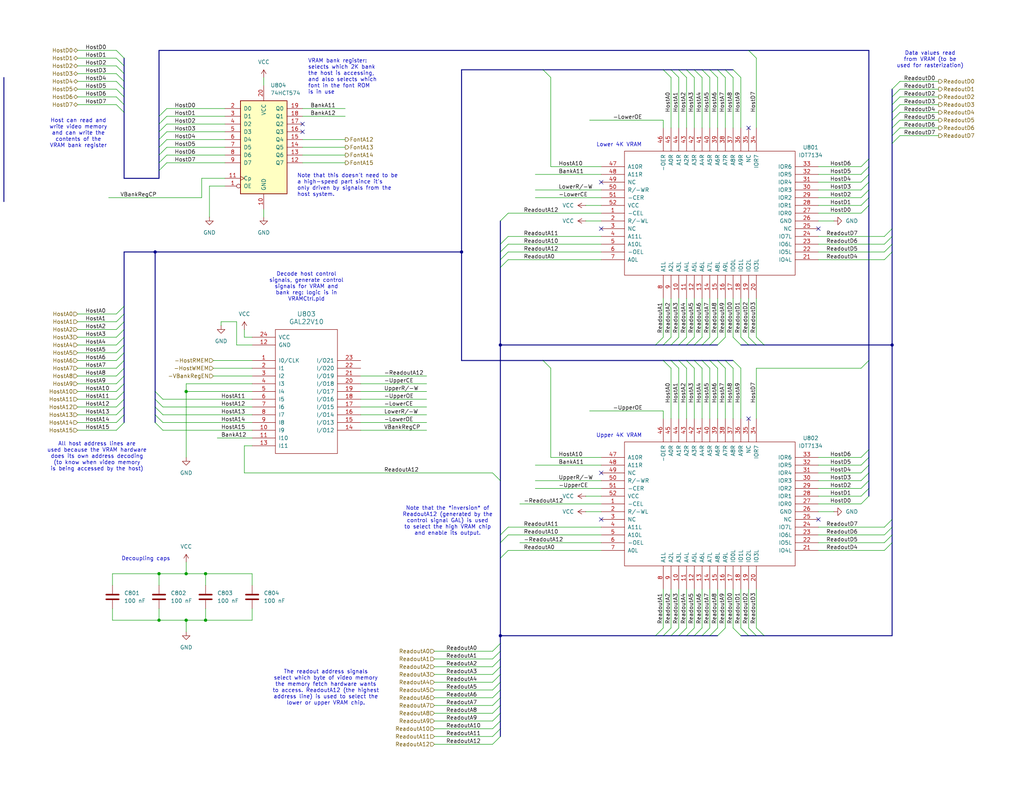
<source format=kicad_sch>
(kicad_sch (version 20231120) (generator "eeschema") (generator_version "8.0")
  (paper "User" 335.28 259.08)
  (title_block (title "VRAM") (company "daveho hacks"))
  (junction (at 52.07 203.2))
  (junction (at 52.07 187.96))
  (junction (at 67.31 203.2))
  (junction (at 60.96 128.27))
  (junction (at 60.96 203.2))
  (junction (at 163.83 208.28))
  (junction (at 151.13 82.55))
  (junction (at 50.8 82.55))
  (junction (at 60.96 187.96))
  (junction (at 292.1 113.03))
  (junction (at 163.83 113.03))
  (junction (at 67.31 187.96))
  (no_connect (at 196.85 170.18))
  (no_connect (at 267.97 170.18))
  (no_connect (at 99.06 40.64))
  (no_connect (at 245.11 41.91))
  (no_connect (at 99.06 43.18))
  (no_connect (at 196.85 74.93))
  (no_connect (at 245.11 137.16))
  (no_connect (at 196.85 154.94))
  (no_connect (at 196.85 59.69))
  (no_connect (at 267.97 74.93))
  (bus_entry (at 50.8 133.35) (size 2.54 2.54))
  (bus_entry (at 229.87 208.28) (size 2.54 -2.54))
  (bus_entry (at 234.95 22.86) (size 2.54 2.54))
  (bus_entry (at 281.94 157.48) (size 2.54 -2.54))
  (bus_entry (at 38.1 133.35) (size 2.54 -2.54))
  (bus_entry (at 237.49 22.86) (size 2.54 2.54))
  (bus_entry (at 163.83 182.88) (size 2.54 -2.54))
  (bus_entry (at 237.49 118.11) (size 2.54 2.54))
  (bus_entry (at 292.1 36.83) (size 2.54 -2.54))
  (bus_entry (at 217.17 118.11) (size 2.54 2.54))
  (bus_entry (at 163.83 87.63) (size 2.54 -2.54))
  (bus_entry (at 217.17 22.86) (size 2.54 2.54))
  (bus_entry (at 161.29 213.36) (size 2.54 -2.54))
  (bus_entry (at 163.83 82.55) (size 2.54 -2.54))
  (bus_entry (at 289.56 177.8) (size 2.54 -2.54))
  (bus_entry (at 38.1 107.95) (size 2.54 -2.54))
  (bus_entry (at 161.29 233.68) (size 2.54 -2.54))
  (bus_entry (at 245.11 110.49) (size 2.54 2.54))
  (bus_entry (at 50.8 138.43) (size 2.54 2.54))
  (bus_entry (at 292.1 46.99) (size 2.54 -2.54))
  (bus_entry (at 52.07 40.64) (size 2.54 -2.54))
  (bus_entry (at 292.1 34.29) (size 2.54 -2.54))
  (bus_entry (at 224.79 118.11) (size 2.54 2.54))
  (bus_entry (at 292.1 44.45) (size 2.54 -2.54))
  (bus_entry (at 281.94 154.94) (size 2.54 -2.54))
  (bus_entry (at 229.87 113.03) (size 2.54 -2.54))
  (bus_entry (at 289.56 172.72) (size 2.54 -2.54))
  (bus_entry (at 227.33 22.86) (size 2.54 2.54))
  (bus_entry (at 281.94 69.85) (size 2.54 -2.54))
  (bus_entry (at 219.71 113.03) (size 2.54 -2.54))
  (bus_entry (at 214.63 208.28) (size 2.54 -2.54))
  (bus_entry (at 227.33 208.28) (size 2.54 -2.54))
  (bus_entry (at 50.8 130.81) (size 2.54 2.54))
  (bus_entry (at 222.25 113.03) (size 2.54 -2.54))
  (bus_entry (at 38.1 138.43) (size 2.54 -2.54))
  (bus_entry (at 281.94 152.4) (size 2.54 -2.54))
  (bus_entry (at 52.07 45.72) (size 2.54 -2.54))
  (bus_entry (at 38.1 113.03) (size 2.54 -2.54))
  (bus_entry (at 38.1 105.41) (size 2.54 -2.54))
  (bus_entry (at 38.1 128.27) (size 2.54 -2.54))
  (bus_entry (at 161.29 238.76) (size 2.54 -2.54))
  (bus_entry (at 222.25 118.11) (size 2.54 2.54))
  (bus_entry (at 281.94 149.86) (size 2.54 -2.54))
  (bus_entry (at 229.87 22.86) (size 2.54 2.54))
  (bus_entry (at 281.94 62.23) (size 2.54 -2.54))
  (bus_entry (at 217.17 113.03) (size 2.54 -2.54))
  (bus_entry (at 163.83 80.01) (size 2.54 -2.54))
  (bus_entry (at 52.07 53.34) (size 2.54 -2.54))
  (bus_entry (at 161.29 231.14) (size 2.54 -2.54))
  (bus_entry (at 38.1 110.49) (size 2.54 -2.54))
  (bus_entry (at 161.29 223.52) (size 2.54 -2.54))
  (bus_entry (at 292.1 41.91) (size 2.54 -2.54))
  (bus_entry (at 232.41 113.03) (size 2.54 -2.54))
  (bus_entry (at 247.65 110.49) (size 2.54 2.54))
  (bus_entry (at 289.56 180.34) (size 2.54 -2.54))
  (bus_entry (at 289.56 85.09) (size 2.54 -2.54))
  (bus_entry (at 224.79 113.03) (size 2.54 -2.54))
  (bus_entry (at 234.95 208.28) (size 2.54 -2.54))
  (bus_entry (at 292.1 31.75) (size 2.54 -2.54))
  (bus_entry (at 232.41 118.11) (size 2.54 2.54))
  (bus_entry (at 38.1 24.13) (size 2.54 2.54))
  (bus_entry (at 240.03 22.86) (size 2.54 2.54))
  (bus_entry (at 50.8 135.89) (size 2.54 2.54))
  (bus_entry (at 222.25 208.28) (size 2.54 -2.54))
  (bus_entry (at 177.8 22.86) (size 2.54 2.54))
  (bus_entry (at 161.29 243.84) (size 2.54 -2.54))
  (bus_entry (at 245.11 16.51) (size 2.54 2.54))
  (bus_entry (at 38.1 31.75) (size 2.54 2.54))
  (bus_entry (at 161.29 154.94) (size 2.54 2.54))
  (bus_entry (at 247.65 205.74) (size 2.54 2.54))
  (bus_entry (at 289.56 175.26) (size 2.54 -2.54))
  (bus_entry (at 161.29 241.3) (size 2.54 -2.54))
  (bus_entry (at 38.1 29.21) (size 2.54 2.54))
  (bus_entry (at 38.1 118.11) (size 2.54 -2.54))
  (bus_entry (at 38.1 135.89) (size 2.54 -2.54))
  (bus_entry (at 234.95 118.11) (size 2.54 2.54))
  (bus_entry (at 163.83 85.09) (size 2.54 -2.54))
  (bus_entry (at 242.57 205.74) (size 2.54 2.54))
  (bus_entry (at 232.41 208.28) (size 2.54 -2.54))
  (bus_entry (at 219.71 118.11) (size 2.54 2.54))
  (bus_entry (at 38.1 34.29) (size 2.54 2.54))
  (bus_entry (at 240.03 118.11) (size 2.54 2.54))
  (bus_entry (at 38.1 21.59) (size 2.54 2.54))
  (bus_entry (at 281.94 162.56) (size 2.54 -2.54))
  (bus_entry (at 224.79 22.86) (size 2.54 2.54))
  (bus_entry (at 240.03 110.49) (size 2.54 2.54))
  (bus_entry (at 227.33 118.11) (size 2.54 2.54))
  (bus_entry (at 38.1 26.67) (size 2.54 2.54))
  (bus_entry (at 38.1 115.57) (size 2.54 -2.54))
  (bus_entry (at 281.94 67.31) (size 2.54 -2.54))
  (bus_entry (at 214.63 113.03) (size 2.54 -2.54))
  (bus_entry (at 229.87 118.11) (size 2.54 2.54))
  (bus_entry (at 289.56 80.01) (size 2.54 -2.54))
  (bus_entry (at 38.1 125.73) (size 2.54 -2.54))
  (bus_entry (at 292.1 39.37) (size 2.54 -2.54))
  (bus_entry (at 177.8 118.11) (size 2.54 2.54))
  (bus_entry (at 224.79 208.28) (size 2.54 -2.54))
  (bus_entry (at 38.1 140.97) (size 2.54 -2.54))
  (bus_entry (at 281.94 160.02) (size 2.54 -2.54))
  (bus_entry (at 163.83 177.8) (size 2.54 -2.54))
  (bus_entry (at 161.29 226.06) (size 2.54 -2.54))
  (bus_entry (at 281.94 57.15) (size 2.54 -2.54))
  (bus_entry (at 289.56 77.47) (size 2.54 -2.54))
  (bus_entry (at 52.07 43.18) (size 2.54 -2.54))
  (bus_entry (at 52.07 50.8) (size 2.54 -2.54))
  (bus_entry (at 38.1 120.65) (size 2.54 -2.54))
  (bus_entry (at 234.95 113.03) (size 2.54 -2.54))
  (bus_entry (at 219.71 22.86) (size 2.54 2.54))
  (bus_entry (at 161.29 236.22) (size 2.54 -2.54))
  (bus_entry (at 289.56 82.55) (size 2.54 -2.54))
  (bus_entry (at 281.94 54.61) (size 2.54 -2.54))
  (bus_entry (at 281.94 59.69) (size 2.54 -2.54))
  (bus_entry (at 240.03 205.74) (size 2.54 2.54))
  (bus_entry (at 161.29 215.9) (size 2.54 -2.54))
  (bus_entry (at 38.1 130.81) (size 2.54 -2.54))
  (bus_entry (at 227.33 113.03) (size 2.54 -2.54))
  (bus_entry (at 219.71 208.28) (size 2.54 -2.54))
  (bus_entry (at 163.83 72.39) (size 2.54 -2.54))
  (bus_entry (at 163.83 175.26) (size 2.54 -2.54))
  (bus_entry (at 161.29 220.98) (size 2.54 -2.54))
  (bus_entry (at 38.1 123.19) (size 2.54 -2.54))
  (bus_entry (at 217.17 208.28) (size 2.54 -2.54))
  (bus_entry (at 245.11 205.74) (size 2.54 2.54))
  (bus_entry (at 52.07 48.26) (size 2.54 -2.54))
  (bus_entry (at 52.07 55.88) (size 2.54 -2.54))
  (bus_entry (at 281.94 64.77) (size 2.54 -2.54))
  (bus_entry (at 242.57 110.49) (size 2.54 2.54))
  (bus_entry (at 232.41 22.86) (size 2.54 2.54))
  (bus_entry (at 161.29 218.44) (size 2.54 -2.54))
  (bus_entry (at 281.94 120.65) (size 2.54 -2.54))
  (bus_entry (at 50.8 128.27) (size 2.54 2.54))
  (bus_entry (at 161.29 228.6) (size 2.54 -2.54))
  (bus_entry (at 52.07 38.1) (size 2.54 -2.54))
  (bus_entry (at 281.94 165.1) (size 2.54 -2.54))
  (bus_entry (at 38.1 102.87) (size 2.54 -2.54))
  (bus_entry (at 222.25 22.86) (size 2.54 2.54))
  (bus_entry (at 38.1 19.05) (size 2.54 2.54))
  (bus_entry (at 292.1 29.21) (size 2.54 -2.54))
  (bus_entry (at 38.1 16.51) (size 2.54 2.54))
  (bus (pts (xy 163.83 236.22) (xy 163.83 238.76)))
  (wire (pts (xy 52.07 187.96) (xy 60.96 187.96)))
  (wire (pts (xy 237.49 137.16) (xy 237.49 120.65)))
  (wire (pts (xy 247.65 205.74) (xy 247.65 193.04)))
  (bus (pts (xy 250.19 113.03) (xy 292.1 113.03)))
  (wire (pts (xy 237.49 41.91) (xy 237.49 25.4)))
  (bus (pts (xy 40.64 135.89) (xy 40.64 133.35)))
  (bus (pts (xy 284.48 54.61) (xy 284.48 57.15)))
  (wire (pts (xy 267.97 172.72) (xy 289.56 172.72)))
  (wire (pts (xy 60.96 184.15) (xy 60.96 187.96)))
  (wire (pts (xy 219.71 205.74) (xy 219.71 193.04)))
  (wire (pts (xy 142.24 243.84) (xy 161.29 243.84)))
  (wire (pts (xy 240.03 205.74) (xy 240.03 193.04)))
  (wire (pts (xy 267.97 162.56) (xy 281.94 162.56)))
  (bus (pts (xy 284.48 16.51) (xy 284.48 52.07)))
  (bus (pts (xy 219.71 208.28) (xy 222.25 208.28)))
  (bus (pts (xy 284.48 157.48) (xy 284.48 160.02)))
  (wire (pts (xy 267.97 177.8) (xy 289.56 177.8)))
  (bus (pts (xy 40.64 110.49) (xy 40.64 107.95)))
  (wire (pts (xy 80.01 107.95) (xy 80.01 110.49)))
  (bus (pts (xy 292.1 41.91) (xy 292.1 44.45)))
  (wire (pts (xy 86.36 68.58) (xy 86.36 71.12)))
  (wire (pts (xy 142.24 220.98) (xy 161.29 220.98)))
  (bus (pts (xy 232.41 113.03) (xy 234.95 113.03)))
  (wire (pts (xy 224.79 110.49) (xy 224.79 97.79)))
  (wire (pts (xy 142.24 226.06) (xy 161.29 226.06)))
  (wire (pts (xy 60.96 203.2) (xy 60.96 207.01)))
  (bus (pts (xy 52.07 43.18) (xy 52.07 45.72)))
  (wire (pts (xy 267.97 149.86) (xy 281.94 149.86)))
  (wire (pts (xy 52.07 187.96) (xy 52.07 191.77)))
  (wire (pts (xy 267.97 69.85) (xy 281.94 69.85)))
  (wire (pts (xy 217.17 205.74) (xy 217.17 193.04)))
  (wire (pts (xy 175.26 62.23) (xy 196.85 62.23)))
  (bus (pts (xy 163.83 220.98) (xy 163.83 223.52)))
  (wire (pts (xy 142.24 238.76) (xy 161.29 238.76)))
  (wire (pts (xy 86.36 25.4) (xy 86.36 27.94)))
  (bus (pts (xy 40.64 26.67) (xy 40.64 29.21)))
  (wire (pts (xy 25.4 120.65) (xy 38.1 120.65)))
  (wire (pts (xy 234.95 137.16) (xy 234.95 120.65)))
  (wire (pts (xy 80.01 154.94) (xy 161.29 154.94)))
  (wire (pts (xy 25.4 130.81) (xy 38.1 130.81)))
  (wire (pts (xy 54.61 53.34) (xy 73.66 53.34)))
  (wire (pts (xy 229.87 205.74) (xy 229.87 193.04)))
  (wire (pts (xy 118.11 130.81) (xy 139.7 130.81)))
  (bus (pts (xy 163.83 213.36) (xy 163.83 215.9)))
  (bus (pts (xy 40.64 58.42) (xy 52.07 58.42)))
  (wire (pts (xy 54.61 48.26) (xy 73.66 48.26)))
  (bus (pts (xy 40.64 100.33) (xy 40.64 82.55)))
  (bus (pts (xy 232.41 118.11) (xy 234.95 118.11)))
  (bus (pts (xy 227.33 208.28) (xy 229.87 208.28)))
  (wire (pts (xy 222.25 41.91) (xy 222.25 25.4)))
  (bus (pts (xy 284.48 52.07) (xy 284.48 54.61)))
  (wire (pts (xy 166.37 77.47) (xy 196.85 77.47)))
  (wire (pts (xy 25.4 113.03) (xy 38.1 113.03)))
  (bus (pts (xy 245.11 113.03) (xy 247.65 113.03)))
  (wire (pts (xy 224.79 41.91) (xy 224.79 25.4)))
  (bus (pts (xy 163.83 85.09) (xy 163.83 87.63)))
  (wire (pts (xy 25.4 123.19) (xy 38.1 123.19)))
  (wire (pts (xy 219.71 41.91) (xy 219.71 25.4)))
  (wire (pts (xy 35.56 64.77) (xy 66.04 64.77)))
  (bus (pts (xy 163.83 228.6) (xy 163.83 231.14)))
  (bus (pts (xy 52.07 16.51) (xy 245.11 16.51)))
  (wire (pts (xy 294.64 29.21) (xy 307.34 29.21)))
  (wire (pts (xy 118.11 123.19) (xy 139.7 123.19)))
  (wire (pts (xy 267.97 80.01) (xy 289.56 80.01)))
  (bus (pts (xy 40.64 123.19) (xy 40.64 120.65)))
  (bus (pts (xy 292.1 82.55) (xy 292.1 113.03)))
  (wire (pts (xy 175.26 157.48) (xy 196.85 157.48)))
  (bus (pts (xy 292.1 39.37) (xy 292.1 41.91)))
  (wire (pts (xy 222.25 110.49) (xy 222.25 97.79)))
  (wire (pts (xy 54.61 45.72) (xy 73.66 45.72)))
  (wire (pts (xy 25.4 135.89) (xy 38.1 135.89)))
  (wire (pts (xy 25.4 31.75) (xy 38.1 31.75)))
  (bus (pts (xy 292.1 36.83) (xy 292.1 39.37)))
  (bus (pts (xy 163.83 238.76) (xy 163.83 241.3)))
  (wire (pts (xy 267.97 59.69) (xy 281.94 59.69)))
  (wire (pts (xy 82.55 203.2) (xy 82.55 199.39)))
  (wire (pts (xy 118.11 135.89) (xy 139.7 135.89)))
  (wire (pts (xy 191.77 167.64) (xy 196.85 167.64)))
  (wire (pts (xy 25.4 29.21) (xy 38.1 29.21)))
  (wire (pts (xy 180.34 149.86) (xy 196.85 149.86)))
  (bus (pts (xy 292.1 31.75) (xy 292.1 34.29)))
  (wire (pts (xy 25.4 140.97) (xy 38.1 140.97)))
  (wire (pts (xy 232.41 205.74) (xy 232.41 193.04)))
  (wire (pts (xy 222.25 137.16) (xy 222.25 120.65)))
  (bus (pts (xy 151.13 22.86) (xy 177.8 22.86)))
  (bus (pts (xy 232.41 22.86) (xy 234.95 22.86)))
  (wire (pts (xy 240.03 41.91) (xy 240.03 25.4)))
  (wire (pts (xy 180.34 120.65) (xy 180.34 149.86)))
  (bus (pts (xy 163.83 113.03) (xy 163.83 157.48)))
  (wire (pts (xy 142.24 231.14) (xy 161.29 231.14)))
  (bus (pts (xy 50.8 130.81) (xy 50.8 133.35)))
  (wire (pts (xy 54.61 50.8) (xy 73.66 50.8)))
  (wire (pts (xy 237.49 110.49) (xy 237.49 97.79)))
  (bus (pts (xy 50.8 128.27) (xy 50.8 130.81)))
  (wire (pts (xy 142.24 223.52) (xy 161.29 223.52)))
  (wire (pts (xy 25.4 102.87) (xy 38.1 102.87)))
  (wire (pts (xy 180.34 25.4) (xy 180.34 54.61)))
  (wire (pts (xy 142.24 233.68) (xy 161.29 233.68)))
  (bus (pts (xy 227.33 118.11) (xy 229.87 118.11)))
  (bus (pts (xy 40.64 19.05) (xy 40.64 21.59)))
  (bus (pts (xy 284.48 152.4) (xy 284.48 154.94)))
  (wire (pts (xy 224.79 205.74) (xy 224.79 193.04)))
  (wire (pts (xy 142.24 215.9) (xy 161.29 215.9)))
  (wire (pts (xy 267.97 57.15) (xy 281.94 57.15)))
  (bus (pts (xy 52.07 40.64) (xy 52.07 43.18)))
  (wire (pts (xy 294.64 44.45) (xy 307.34 44.45)))
  (wire (pts (xy 25.4 34.29) (xy 38.1 34.29)))
  (wire (pts (xy 267.97 167.64) (xy 273.05 167.64)))
  (bus (pts (xy 222.25 22.86) (xy 224.79 22.86)))
  (bus (pts (xy 40.64 21.59) (xy 40.64 24.13)))
  (wire (pts (xy 267.97 62.23) (xy 281.94 62.23)))
  (bus (pts (xy 222.25 118.11) (xy 224.79 118.11)))
  (bus (pts (xy 40.64 125.73) (xy 40.64 123.19)))
  (wire (pts (xy 99.06 50.8) (xy 113.03 50.8)))
  (wire (pts (xy 77.47 113.03) (xy 82.55 113.03)))
  (wire (pts (xy 54.61 35.56) (xy 73.66 35.56)))
  (bus (pts (xy 40.64 31.75) (xy 40.64 34.29)))
  (wire (pts (xy 240.03 137.16) (xy 240.03 120.65)))
  (bus (pts (xy 40.64 133.35) (xy 40.64 130.81)))
  (wire (pts (xy 99.06 53.34) (xy 113.03 53.34)))
  (bus (pts (xy 224.79 118.11) (xy 227.33 118.11)))
  (wire (pts (xy 68.58 60.96) (xy 68.58 71.12)))
  (bus (pts (xy 284.48 59.69) (xy 284.48 62.23)))
  (bus (pts (xy 250.19 208.28) (xy 292.1 208.28)))
  (wire (pts (xy 191.77 162.56) (xy 196.85 162.56)))
  (wire (pts (xy 60.96 125.73) (xy 60.96 128.27)))
  (wire (pts (xy 242.57 41.91) (xy 242.57 25.4)))
  (wire (pts (xy 294.64 39.37) (xy 307.34 39.37)))
  (wire (pts (xy 25.4 133.35) (xy 38.1 133.35)))
  (bus (pts (xy 229.87 118.11) (xy 232.41 118.11)))
  (bus (pts (xy 52.07 48.26) (xy 52.07 50.8)))
  (wire (pts (xy 234.95 205.74) (xy 234.95 193.04)))
  (bus (pts (xy 40.64 120.65) (xy 40.64 118.11)))
  (bus (pts (xy 292.1 46.99) (xy 292.1 74.93)))
  (wire (pts (xy 267.97 72.39) (xy 273.05 72.39)))
  (wire (pts (xy 60.96 187.96) (xy 67.31 187.96)))
  (wire (pts (xy 60.96 128.27) (xy 60.96 149.86)))
  (wire (pts (xy 242.57 110.49) (xy 242.57 97.79)))
  (bus (pts (xy 292.1 170.18) (xy 292.1 172.72)))
  (bus (pts (xy 50.8 135.89) (xy 50.8 138.43)))
  (bus (pts (xy 40.64 113.03) (xy 40.64 110.49)))
  (bus (pts (xy 234.95 22.86) (xy 237.49 22.86)))
  (wire (pts (xy 53.34 130.81) (xy 82.55 130.81)))
  (wire (pts (xy 53.34 135.89) (xy 82.55 135.89)))
  (wire (pts (xy 54.61 38.1) (xy 73.66 38.1)))
  (wire (pts (xy 80.01 146.05) (xy 80.01 154.94)))
  (bus (pts (xy 151.13 82.55) (xy 151.13 22.86)))
  (wire (pts (xy 25.4 26.67) (xy 38.1 26.67)))
  (wire (pts (xy 193.04 134.62) (xy 217.17 134.62)))
  (wire (pts (xy 166.37 175.26) (xy 196.85 175.26)))
  (bus (pts (xy 52.07 53.34) (xy 52.07 55.88)))
  (wire (pts (xy 237.49 205.74) (xy 237.49 193.04)))
  (wire (pts (xy 53.34 138.43) (xy 82.55 138.43)))
  (wire (pts (xy 247.65 19.05) (xy 247.65 41.91)))
  (bus (pts (xy 224.79 22.86) (xy 227.33 22.86)))
  (wire (pts (xy 67.31 187.96) (xy 82.55 187.96)))
  (wire (pts (xy 267.97 154.94) (xy 281.94 154.94)))
  (wire (pts (xy 25.4 24.13) (xy 38.1 24.13)))
  (wire (pts (xy 166.37 69.85) (xy 196.85 69.85)))
  (wire (pts (xy 36.83 203.2) (xy 52.07 203.2)))
  (wire (pts (xy 227.33 41.91) (xy 227.33 25.4)))
  (bus (pts (xy 222.25 113.03) (xy 224.79 113.03)))
  (bus (pts (xy 237.49 22.86) (xy 240.03 22.86)))
  (bus (pts (xy 40.64 118.11) (xy 40.64 115.57)))
  (wire (pts (xy 25.4 125.73) (xy 38.1 125.73)))
  (wire (pts (xy 247.65 110.49) (xy 247.65 97.79)))
  (bus (pts (xy 217.17 118.11) (xy 219.71 118.11)))
  (bus (pts (xy 229.87 113.03) (xy 232.41 113.03)))
  (wire (pts (xy 267.97 160.02) (xy 281.94 160.02)))
  (wire (pts (xy 53.34 133.35) (xy 82.55 133.35)))
  (wire (pts (xy 25.4 138.43) (xy 38.1 138.43)))
  (wire (pts (xy 229.87 41.91) (xy 229.87 25.4)))
  (wire (pts (xy 82.55 187.96) (xy 82.55 191.77)))
  (wire (pts (xy 267.97 54.61) (xy 281.94 54.61)))
  (wire (pts (xy 242.57 205.74) (xy 242.57 193.04)))
  (wire (pts (xy 166.37 82.55) (xy 196.85 82.55)))
  (bus (pts (xy 52.07 38.1) (xy 52.07 16.51)))
  (wire (pts (xy 180.34 54.61) (xy 196.85 54.61)))
  (wire (pts (xy 99.06 45.72) (xy 113.03 45.72)))
  (wire (pts (xy 242.57 137.16) (xy 242.57 120.65)))
  (wire (pts (xy 118.11 140.97) (xy 139.7 140.97)))
  (wire (pts (xy 25.4 16.51) (xy 38.1 16.51)))
  (bus (pts (xy 50.8 82.55) (xy 151.13 82.55)))
  (bus (pts (xy 229.87 208.28) (xy 232.41 208.28)))
  (wire (pts (xy 267.97 152.4) (xy 281.94 152.4)))
  (wire (pts (xy 69.85 120.65) (xy 82.55 120.65)))
  (wire (pts (xy 166.37 172.72) (xy 196.85 172.72)))
  (bus (pts (xy 292.1 34.29) (xy 292.1 36.83)))
  (wire (pts (xy 170.18 177.8) (xy 196.85 177.8)))
  (wire (pts (xy 267.97 82.55) (xy 289.56 82.55)))
  (wire (pts (xy 118.11 138.43) (xy 139.7 138.43)))
  (bus (pts (xy 292.1 113.03) (xy 292.1 170.18)))
  (bus (pts (xy 163.83 233.68) (xy 163.83 236.22)))
  (wire (pts (xy 25.4 21.59) (xy 38.1 21.59)))
  (wire (pts (xy 267.97 165.1) (xy 281.94 165.1)))
  (wire (pts (xy 217.17 110.49) (xy 217.17 97.79)))
  (wire (pts (xy 73.66 60.96) (xy 68.58 60.96)))
  (bus (pts (xy 237.49 118.11) (xy 240.03 118.11)))
  (wire (pts (xy 219.71 137.16) (xy 219.71 120.65)))
  (bus (pts (xy 163.83 157.48) (xy 163.83 175.26)))
  (wire (pts (xy 142.24 241.3) (xy 161.29 241.3)))
  (bus (pts (xy 245.11 16.51) (xy 284.48 16.51)))
  (bus (pts (xy 234.95 118.11) (xy 237.49 118.11)))
  (bus (pts (xy 40.64 138.43) (xy 40.64 135.89)))
  (bus (pts (xy 40.64 82.55) (xy 50.8 82.55)))
  (bus (pts (xy 284.48 67.31) (xy 284.48 118.11)))
  (wire (pts (xy 82.55 125.73) (xy 60.96 125.73)))
  (bus (pts (xy 40.64 128.27) (xy 40.64 125.73)))
  (wire (pts (xy 118.11 128.27) (xy 139.7 128.27)))
  (bus (pts (xy 284.48 154.94) (xy 284.48 157.48)))
  (bus (pts (xy 52.07 45.72) (xy 52.07 48.26)))
  (wire (pts (xy 53.34 140.97) (xy 82.55 140.97)))
  (bus (pts (xy 214.63 113.03) (xy 217.17 113.03)))
  (bus (pts (xy 219.71 118.11) (xy 222.25 118.11)))
  (bus (pts (xy 284.48 62.23) (xy 284.48 64.77)))
  (wire (pts (xy 267.97 175.26) (xy 289.56 175.26)))
  (wire (pts (xy 170.18 165.1) (xy 196.85 165.1)))
  (bus (pts (xy 284.48 147.32) (xy 284.48 149.86)))
  (bus (pts (xy 284.48 57.15) (xy 284.48 59.69)))
  (bus (pts (xy 227.33 113.03) (xy 229.87 113.03)))
  (wire (pts (xy 222.25 205.74) (xy 222.25 193.04)))
  (bus (pts (xy 227.33 22.86) (xy 229.87 22.86)))
  (bus (pts (xy 284.48 118.11) (xy 284.48 147.32)))
  (bus (pts (xy 292.1 29.21) (xy 292.1 31.75)))
  (bus (pts (xy 229.87 22.86) (xy 232.41 22.86)))
  (bus (pts (xy 214.63 208.28) (xy 217.17 208.28)))
  (wire (pts (xy 54.61 40.64) (xy 73.66 40.64)))
  (bus (pts (xy 163.83 87.63) (xy 163.83 113.03)))
  (wire (pts (xy 175.26 160.02) (xy 196.85 160.02)))
  (bus (pts (xy 163.83 177.8) (xy 163.83 182.88)))
  (wire (pts (xy 232.41 137.16) (xy 232.41 120.65)))
  (bus (pts (xy 247.65 208.28) (xy 250.19 208.28)))
  (bus (pts (xy 50.8 133.35) (xy 50.8 135.89)))
  (bus (pts (xy 163.83 80.01) (xy 163.83 82.55)))
  (bus (pts (xy 224.79 208.28) (xy 227.33 208.28)))
  (bus (pts (xy 40.64 105.41) (xy 40.64 102.87)))
  (bus (pts (xy 232.41 208.28) (xy 234.95 208.28)))
  (bus (pts (xy 292.1 44.45) (xy 292.1 46.99)))
  (wire (pts (xy 229.87 137.16) (xy 229.87 120.65)))
  (wire (pts (xy 142.24 236.22) (xy 161.29 236.22)))
  (bus (pts (xy 284.48 160.02) (xy 284.48 162.56)))
  (bus (pts (xy 217.17 113.03) (xy 219.71 113.03)))
  (wire (pts (xy 36.83 199.39) (xy 36.83 203.2)))
  (bus (pts (xy 292.1 80.01) (xy 292.1 82.55)))
  (wire (pts (xy 80.01 146.05) (xy 82.55 146.05)))
  (wire (pts (xy 294.64 34.29) (xy 307.34 34.29)))
  (wire (pts (xy 54.61 43.18) (xy 73.66 43.18)))
  (bus (pts (xy 163.83 113.03) (xy 214.63 113.03)))
  (wire (pts (xy 191.77 72.39) (xy 196.85 72.39)))
  (bus (pts (xy 40.64 130.81) (xy 40.64 128.27)))
  (bus (pts (xy 219.71 22.86) (xy 222.25 22.86)))
  (wire (pts (xy 25.4 110.49) (xy 38.1 110.49)))
  (wire (pts (xy 99.06 38.1) (xy 113.03 38.1)))
  (bus (pts (xy 52.07 38.1) (xy 52.07 40.64)))
  (wire (pts (xy 77.47 105.41) (xy 72.39 105.41)))
  (bus (pts (xy 292.1 74.93) (xy 292.1 77.47)))
  (wire (pts (xy 232.41 110.49) (xy 232.41 97.79)))
  (bus (pts (xy 40.64 107.95) (xy 40.64 105.41)))
  (bus (pts (xy 163.83 223.52) (xy 163.83 226.06)))
  (wire (pts (xy 229.87 110.49) (xy 229.87 97.79)))
  (bus (pts (xy 52.07 50.8) (xy 52.07 53.34)))
  (bus (pts (xy 224.79 113.03) (xy 227.33 113.03)))
  (wire (pts (xy 247.65 137.16) (xy 247.65 120.65)))
  (wire (pts (xy 66.04 58.42) (xy 66.04 64.77)))
  (bus (pts (xy 177.8 22.86) (xy 217.17 22.86)))
  (wire (pts (xy 219.71 110.49) (xy 219.71 97.79)))
  (bus (pts (xy 177.8 118.11) (xy 217.17 118.11)))
  (wire (pts (xy 60.96 203.2) (xy 67.31 203.2)))
  (wire (pts (xy 191.77 67.31) (xy 196.85 67.31)))
  (wire (pts (xy 267.97 64.77) (xy 281.94 64.77)))
  (wire (pts (xy 82.55 110.49) (xy 80.01 110.49)))
  (wire (pts (xy 240.03 110.49) (xy 240.03 97.79)))
  (wire (pts (xy 294.64 31.75) (xy 307.34 31.75)))
  (bus (pts (xy 163.83 210.82) (xy 163.83 213.36)))
  (bus (pts (xy 242.57 113.03) (xy 245.11 113.03)))
  (bus (pts (xy 1.27 25.4) (xy 1.27 66.04)))
  (bus (pts (xy 292.1 175.26) (xy 292.1 177.8)))
  (bus (pts (xy 219.71 113.03) (xy 222.25 113.03)))
  (wire (pts (xy 224.79 137.16) (xy 224.79 120.65)))
  (bus (pts (xy 40.64 102.87) (xy 40.64 100.33)))
  (bus (pts (xy 217.17 208.28) (xy 219.71 208.28)))
  (bus (pts (xy 242.57 208.28) (xy 245.11 208.28)))
  (wire (pts (xy 71.12 143.51) (xy 82.55 143.51)))
  (wire (pts (xy 77.47 113.03) (xy 77.47 105.41)))
  (wire (pts (xy 227.33 137.16) (xy 227.33 120.65)))
  (bus (pts (xy 40.64 29.21) (xy 40.64 31.75)))
  (wire (pts (xy 25.4 115.57) (xy 38.1 115.57)))
  (wire (pts (xy 67.31 187.96) (xy 67.31 191.77)))
  (wire (pts (xy 245.11 205.74) (xy 245.11 193.04)))
  (bus (pts (xy 50.8 82.55) (xy 50.8 128.27)))
  (wire (pts (xy 234.95 41.91) (xy 234.95 25.4)))
  (wire (pts (xy 36.83 187.96) (xy 52.07 187.96)))
  (bus (pts (xy 163.83 218.44) (xy 163.83 220.98)))
  (wire (pts (xy 25.4 118.11) (xy 38.1 118.11)))
  (wire (pts (xy 142.24 228.6) (xy 161.29 228.6)))
  (bus (pts (xy 151.13 118.11) (xy 177.8 118.11)))
  (wire (pts (xy 99.06 48.26) (xy 113.03 48.26)))
  (wire (pts (xy 193.04 39.37) (xy 217.17 39.37)))
  (bus (pts (xy 40.64 36.83) (xy 40.64 58.42)))
  (bus (pts (xy 292.1 172.72) (xy 292.1 175.26)))
  (wire (pts (xy 267.97 85.09) (xy 289.56 85.09)))
  (wire (pts (xy 25.4 105.41) (xy 38.1 105.41)))
  (wire (pts (xy 232.41 41.91) (xy 232.41 25.4)))
  (wire (pts (xy 267.97 157.48) (xy 281.94 157.48)))
  (wire (pts (xy 175.26 152.4) (xy 196.85 152.4)))
  (wire (pts (xy 52.07 199.39) (xy 52.07 203.2)))
  (bus (pts (xy 163.83 231.14) (xy 163.83 233.68)))
  (bus (pts (xy 40.64 115.57) (xy 40.64 113.03)))
  (bus (pts (xy 222.25 208.28) (xy 224.79 208.28)))
  (wire (pts (xy 227.33 205.74) (xy 227.33 193.04)))
  (wire (pts (xy 294.64 36.83) (xy 307.34 36.83)))
  (bus (pts (xy 40.64 24.13) (xy 40.64 26.67)))
  (bus (pts (xy 52.07 55.88) (xy 52.07 58.42)))
  (wire (pts (xy 142.24 213.36) (xy 161.29 213.36)))
  (wire (pts (xy 52.07 203.2) (xy 60.96 203.2)))
  (bus (pts (xy 163.83 82.55) (xy 163.83 85.09)))
  (wire (pts (xy 166.37 85.09) (xy 196.85 85.09)))
  (wire (pts (xy 294.64 41.91) (xy 307.34 41.91)))
  (bus (pts (xy 163.83 226.06) (xy 163.83 228.6)))
  (bus (pts (xy 163.83 72.39) (xy 163.83 80.01)))
  (wire (pts (xy 217.17 134.62) (xy 217.17 137.16)))
  (wire (pts (xy 245.11 110.49) (xy 245.11 97.79)))
  (wire (pts (xy 175.26 57.15) (xy 196.85 57.15)))
  (bus (pts (xy 163.83 175.26) (xy 163.83 177.8)))
  (wire (pts (xy 25.4 107.95) (xy 38.1 107.95)))
  (wire (pts (xy 267.97 180.34) (xy 289.56 180.34)))
  (bus (pts (xy 284.48 149.86) (xy 284.48 152.4)))
  (wire (pts (xy 69.85 123.19) (xy 82.55 123.19)))
  (bus (pts (xy 217.17 22.86) (xy 219.71 22.86)))
  (wire (pts (xy 99.06 35.56) (xy 113.03 35.56)))
  (wire (pts (xy 67.31 199.39) (xy 67.31 203.2)))
  (bus (pts (xy 292.1 77.47) (xy 292.1 80.01)))
  (wire (pts (xy 69.85 118.11) (xy 82.55 118.11)))
  (bus (pts (xy 163.83 208.28) (xy 163.83 210.82)))
  (wire (pts (xy 234.95 110.49) (xy 234.95 97.79)))
  (wire (pts (xy 66.04 58.42) (xy 73.66 58.42)))
  (wire (pts (xy 36.83 191.77) (xy 36.83 187.96)))
  (wire (pts (xy 294.64 26.67) (xy 307.34 26.67)))
  (wire (pts (xy 72.39 105.41) (xy 72.39 106.68)))
  (bus (pts (xy 284.48 64.77) (xy 284.48 67.31)))
  (wire (pts (xy 175.26 64.77) (xy 196.85 64.77)))
  (bus (pts (xy 151.13 118.11) (xy 151.13 82.55)))
  (wire (pts (xy 67.31 203.2) (xy 82.55 203.2)))
  (wire (pts (xy 227.33 110.49) (xy 227.33 97.79)))
  (bus (pts (xy 245.11 208.28) (xy 247.65 208.28)))
  (bus (pts (xy 163.83 215.9) (xy 163.83 218.44)))
  (bus (pts (xy 163.83 208.28) (xy 214.63 208.28)))
  (bus (pts (xy 292.1 177.8) (xy 292.1 208.28)))
  (wire (pts (xy 247.65 120.65) (xy 281.94 120.65)))
  (bus (pts (xy 247.65 113.03) (xy 250.19 113.03)))
  (wire (pts (xy 217.17 39.37) (xy 217.17 41.91)))
  (wire (pts (xy 267.97 67.31) (xy 281.94 67.31)))
  (wire (pts (xy 142.24 218.44) (xy 161.29 218.44)))
  (wire (pts (xy 166.37 180.34) (xy 196.85 180.34)))
  (wire (pts (xy 267.97 77.47) (xy 289.56 77.47)))
  (wire (pts (xy 60.96 128.27) (xy 82.55 128.27)))
  (wire (pts (xy 118.11 125.73) (xy 139.7 125.73)))
  (wire (pts (xy 25.4 128.27) (xy 38.1 128.27)))
  (bus (pts (xy 40.64 34.29) (xy 40.64 36.83)))
  (bus (pts (xy 163.83 182.88) (xy 163.83 208.28)))
  (wire (pts (xy 166.37 80.01) (xy 196.85 80.01)))
  (wire (pts (xy 25.4 19.05) (xy 38.1 19.05)))
  (wire (pts (xy 118.11 133.35) (xy 139.7 133.35)))
  (text "Decode host control\nsignals, generate control\nsignals for VRAM and\nbank reg: logic is in\nVRAMCtrl.pld" (at 100.33 93.98 0) (effects (font (size 1.27 1.27))))
  (text "Note that this doesn't need to be\na high-speed part since it's\nonly driven by signals from the\nhost system." (at 97.282 60.706 0) (effects (font (size 1.27 1.27)) (justify left)))
  (text "All host address lines are\nused because the VRAM hardware\ndoes its own address decoding\n(to know when video memory\nis being accessed by the host)" (at 31.75 149.606 0) (effects (font (size 1.27 1.27))))
  (text "Decoupling caps" (at 47.752 183.134 0) (effects (font (size 1.27 1.27))))
  (text "Lower 4K VRAM" (at 202.692 47.498 0) (effects (font (size 1.27 1.27))))
  (text "Host can read and\nwrite video memory\nand can write the\ncontents of the\nVRAM bank register" (at 25.654 43.688 0) (effects (font (size 1.27 1.27))))
  (text "The readout address signals\nselect which byte of video memory\nthe memory fetch hardware wants\nto access. ReadoutA12 (the highest\naddress line) is used to select the\nlower or upper VRAM chip." (at 106.68 225.298 0) (effects (font (size 1.27 1.27))))
  (text "VRAM bank register:\nselects which 2K bank\nthe host is accessing,\nand also selects which\nfont in the font ROM\nis in use" (at 100.838 25.146 0) (effects (font (size 1.27 1.27)) (justify left)))
  (text "Upper 4K VRAM" (at 202.692 142.748 0) (effects (font (size 1.27 1.27))))
  (text "Data values read\nfrom VRAM (to be\nused for rasterization)" (at 304.546 19.558 0) (effects (font (size 1.27 1.27))))
  (text "Note that the *inversion* of\nReadoutA12 (generated by the\ncontrol signal GAL) is used\nto select the high VRAM chip\nand enable its output." (at 146.558 170.688 0) (effects (font (size 1.27 1.27))))
  (label "ReadoutD7" (at 270.51 172.72 0))
  (label "ReadoutD1" (at 242.57 204.47 90))
  (label "-LowerCE" (at 182.88 64.77 0))
  (label "HostA11" (at 27.94 130.81 0))
  (label "-ReadoutA12" (at 125.73 123.19 0))
  (label "HostA4" (at 27.94 113.03 0))
  (label "HostA2" (at 27.94 107.95 0))
  (label "ReadoutA3" (at 222.25 204.47 90))
  (label "ReadoutA6" (at 146.05 228.6 0))
  (label "HostA7" (at 27.94 120.65 0))
  (label "HostA6" (at 234.95 132.08 90))
  (label "ReadoutA0" (at 146.05 213.36 0))
  (label "ReadoutA10" (at 171.45 175.26 0))
  (label "HostD1" (at 57.15 38.1 0))
  (label "HostA0" (at 27.94 102.87 0))
  (label "BankA11" (at 182.88 152.4 0))
  (label "ReadoutA9" (at 146.05 236.22 0))
  (label "HostA2" (at 224.79 36.83 90))
  (label "HostA5" (at 232.41 132.08 90))
  (label "HostA5" (at 27.94 115.57 0))
  (label "VBankRegCP" (at 125.73 140.97 0))
  (label "ReadoutA2" (at 219.71 109.22 90))
  (label "ReadoutA9" (at 237.49 204.47 90))
  (label "HostA14" (at 27.94 138.43 0))
  (label "HostA11" (at 72.39 130.81 0))
  (label "ReadoutA0" (at 171.45 85.09 0))
  (label "ReadoutA10" (at 146.05 238.76 0))
  (label "ReadoutA5" (at 227.33 204.47 90))
  (label "HostA13" (at 72.39 135.89 0))
  (label "ReadoutA8" (at 234.95 204.47 90))
  (label "ReadoutD7" (at 295.91 44.45 0))
  (label "ReadoutA5" (at 146.05 226.06 0))
  (label "ReadoutA4" (at 224.79 109.22 90))
  (label "UpperR{slash}-W" (at 125.73 128.27 0))
  (label "HostA9" (at 27.94 125.73 0))
  (label "HostA3" (at 227.33 36.83 90))
  (label "HostA10" (at 182.88 149.86 0))
  (label "ReadoutA11" (at 146.05 241.3 0))
  (label "-ReadoutA12" (at 171.45 177.8 0))
  (label "LowerR{slash}-W" (at 182.88 62.23 0))
  (label "HostA1" (at 27.94 105.41 0))
  (label "HostD0" (at 271.78 165.1 0))
  (label "HostA12" (at 72.39 133.35 0))
  (label "HostD4" (at 57.15 45.72 0))
  (label "ReadoutD3" (at 295.91 34.29 0))
  (label "ReadoutD0" (at 240.03 109.22 90))
  (label "-UpperCE" (at 182.88 160.02 0))
  (label "HostA5" (at 232.41 36.83 90))
  (label "ReadoutD1" (at 242.57 109.22 90))
  (label "ReadoutA7" (at 146.05 231.14 0))
  (label "ReadoutA1" (at 217.17 109.22 90))
  (label "BankA12" (at 101.6 38.1 0))
  (label "ReadoutD5" (at 295.91 39.37 0))
  (label "HostD0" (at 271.78 69.85 0))
  (label "ReadoutD2" (at 245.11 109.22 90))
  (label "HostD6" (at 27.94 31.75 0))
  (label "HostD6" (at 271.78 54.61 0))
  (label "HostD7" (at 27.94 34.29 0))
  (label "ReadoutA12" (at 146.05 243.84 0))
  (label "ReadoutD4" (at 270.51 180.34 0))
  (label "HostA15" (at 72.39 140.97 0))
  (label "ReadoutA3" (at 146.05 220.98 0))
  (label "HostD4" (at 271.78 154.94 0))
  (label "HostD4" (at 27.94 26.67 0))
  (label "HostA9" (at 242.57 36.83 90))
  (label "HostA6" (at 27.94 118.11 0))
  (label "ReadoutA5" (at 227.33 109.22 90))
  (label "HostD7" (at 247.65 132.08 90))
  (label "HostD7" (at 57.15 53.34 0))
  (label "-ReadoutA12" (at 171.45 165.1 0))
  (label "ReadoutA9" (at 237.49 109.22 90))
  (label "ReadoutA11" (at 171.45 77.47 0))
  (label "ReadoutD0" (at 295.91 26.67 0))
  (label "ReadoutA12" (at 171.45 69.85 0))
  (label "HostD2" (at 271.78 64.77 0))
  (label "HostD6" (at 57.15 50.8 0))
  (label "HostA8" (at 240.03 36.83 90))
  (label "HostD2" (at 27.94 21.59 0))
  (label "BankA11" (at 101.6 35.56 0))
  (label "ReadoutD0" (at 240.03 204.47 90))
  (label "HostA10" (at 27.94 128.27 0))
  (label "ReadoutA10" (at 171.45 80.01 0))
  (label "HostD0" (at 57.15 35.56 0))
  (label "HostA14" (at 72.39 138.43 0))
  (label "VBankRegCP" (at 39.37 64.77 0))
  (label "HostA7" (at 237.49 36.83 90))
  (label "UpperR{slash}-W" (at 182.88 157.48 0))
  (label "HostD5" (at 271.78 152.4 0))
  (label "HostA13" (at 27.94 135.89 0))
  (label "ReadoutD2" (at 295.91 31.75 0))
  (label "ReadoutD4" (at 270.51 85.09 0))
  (label "HostA3" (at 27.94 110.49 0))
  (label "ReadoutD2" (at 245.11 204.47 90))
  (label "HostA0" (at 219.71 36.83 90))
  (label "ReadoutA1" (at 217.17 204.47 90))
  (label "HostD5" (at 27.94 29.21 0))
  (label "HostD1" (at 271.78 67.31 0))
  (label "HostA7" (at 237.49 132.08 90))
  (label "ReadoutA11" (at 171.45 172.72 0))
  (label "ReadoutD4" (at 295.91 36.83 0))
  (label "HostD0" (at 27.94 16.51 0))
  (label "HostA12" (at 27.94 133.35 0))
  (label "ReadoutD6" (at 295.91 41.91 0))
  (label "HostA4" (at 229.87 36.83 90))
  (label "HostA15" (at 27.94 140.97 0))
  (label "ReadoutD7" (at 270.51 77.47 0))
  (label "ReadoutD5" (at 270.51 177.8 0))
  (label "ReadoutD6" (at 270.51 80.01 0))
  (label "HostD6" (at 271.78 149.86 0))
  (label "-UpperCE" (at 125.73 125.73 0))
  (label "ReadoutD1" (at 295.91 29.21 0))
  (label "HostD2" (at 271.78 160.02 0))
  (label "-UpperOE" (at 125.73 130.81 0))
  (label "HostD3" (at 271.78 157.48 0))
  (label "HostD7" (at 247.65 36.83 90))
  (label "HostD1" (at 27.94 19.05 0))
  (label "HostD3" (at 271.78 62.23 0))
  (label "LowerR{slash}-W" (at 125.73 135.89 0))
  (label "HostD1" (at 271.78 162.56 0))
  (label "ReadoutA6" (at 229.87 204.47 90))
  (label "HostA8" (at 240.03 132.08 90))
  (label "ReadoutA2" (at 146.05 218.44 0))
  (label "ReadoutA8" (at 146.05 233.68 0))
  (label "BankA12" (at 72.39 143.51 0))
  (label "ReadoutA4" (at 146.05 223.52 0))
  (label "ReadoutA3" (at 222.25 109.22 90))
  (label "HostD4" (at 271.78 59.69 0))
  (label "HostA9" (at 242.57 132.08 90))
  (label "ReadoutA12" (at 171.45 82.55 0))
  (label "-LowerCE" (at 125.73 133.35 0))
  (label "HostA2" (at 224.79 132.08 90))
  (label "ReadoutA8" (at 234.95 109.22 90))
  (label "ReadoutD5" (at 270.51 82.55 0))
  (label "-LowerOE" (at 200.66 39.37 0))
  (label "ReadoutA12" (at 125.73 154.94 0))
  (label "HostA6" (at 234.95 36.83 90))
  (label "ReadoutA6" (at 229.87 109.22 90))
  (label "ReadoutA1" (at 146.05 215.9 0))
  (label "ReadoutA7" (at 232.41 204.47 90))
  (label "HostD3" (at 57.15 43.18 0))
  (label "HostA8" (at 27.94 123.19 0))
  (label "ReadoutD6" (at 270.51 175.26 0))
  (label "ReadoutA0" (at 171.45 180.34 0))
  (label "HostA1" (at 222.25 132.08 90))
  (label "ReadoutD3" (at 247.65 204.47 90))
  (label "HostA3" (at 227.33 132.08 90))
  (label "ReadoutA4" (at 224.79 204.47 90))
  (label "HostD5" (at 57.15 48.26 0))
  (label "ReadoutA2" (at 219.71 204.47 90))
  (label "HostA0" (at 219.71 132.08 90))
  (label "HostA10" (at 182.88 54.61 0))
  (label "HostD2" (at 57.15 40.64 0))
  (label "-UpperOE" (at 200.66 134.62 0))
  (label "-LowerOE" (at 125.73 138.43 0))
  (label "HostD3" (at 27.94 24.13 0))
  (label "ReadoutD3" (at 247.65 109.22 90))
  (label "HostA4" (at 229.87 132.08 90))
  (label "HostD5" (at 271.78 57.15 0))
  (label "HostA1" (at 222.25 36.83 90))
  (label "ReadoutA7" (at 232.41 109.22 90))
  (label "BankA11" (at 182.88 57.15 0))
  (hierarchical_label "HostD5" (shape bidirectional) (at 25.4 29.21 180))
  (hierarchical_label "ReadoutD0" (shape output) (at 307.34 26.67 0))
  (hierarchical_label "HostA5" (shape input) (at 25.4 115.57 180))
  (hierarchical_label "HostD0" (shape bidirectional) (at 25.4 16.51 180))
  (hierarchical_label "HostA6" (shape input) (at 25.4 118.11 180))
  (hierarchical_label "HostA14" (shape input) (at 25.4 138.43 180))
  (hierarchical_label "ReadoutA8" (shape input) (at 142.24 233.68 180))
  (hierarchical_label "ReadoutA12" (shape input) (at 142.24 243.84 180))
  (hierarchical_label "HostD2" (shape bidirectional) (at 25.4 21.59 180))
  (hierarchical_label "ReadoutD7" (shape output) (at 307.34 44.45 0))
  (hierarchical_label "ReadoutA1" (shape input) (at 142.24 215.9 180))
  (hierarchical_label "HostD4" (shape bidirectional) (at 25.4 26.67 180))
  (hierarchical_label "HostA3" (shape input) (at 25.4 110.49 180))
  (hierarchical_label "FontA13" (shape output) (at 113.03 48.26 0))
  (hierarchical_label "ReadoutA6" (shape input) (at 142.24 228.6 180))
  (hierarchical_label "ReadoutD6" (shape output) (at 307.34 41.91 0))
  (hierarchical_label "FontA12" (shape output) (at 113.03 45.72 0))
  (hierarchical_label "HostA10" (shape input) (at 25.4 128.27 180))
  (hierarchical_label "HostD3" (shape bidirectional) (at 25.4 24.13 180))
  (hierarchical_label "ReadoutA4" (shape input) (at 142.24 223.52 180))
  (hierarchical_label "ReadoutD2" (shape output) (at 307.34 31.75 0))
  (hierarchical_label "HostA7" (shape input) (at 25.4 120.65 180))
  (hierarchical_label "HostA12" (shape input) (at 25.4 133.35 180))
  (hierarchical_label "HostA4" (shape input) (at 25.4 113.03 180))
  (hierarchical_label "ReadoutA7" (shape input) (at 142.24 231.14 180))
  (hierarchical_label "ReadoutA3" (shape input) (at 142.24 220.98 180))
  (hierarchical_label "ReadoutA11" (shape input) (at 142.24 241.3 180))
  (hierarchical_label "HostA8" (shape input) (at 25.4 123.19 180))
  (hierarchical_label "HostA11" (shape input) (at 25.4 130.81 180))
  (hierarchical_label "HostA0" (shape input) (at 25.4 102.87 180))
  (hierarchical_label "HostA1" (shape input) (at 25.4 105.41 180))
  (hierarchical_label "ReadoutD4" (shape output) (at 307.34 36.83 0))
  (hierarchical_label "HostA15" (shape input) (at 25.4 140.97 180))
  (hierarchical_label "HostD6" (shape bidirectional) (at 25.4 31.75 180))
  (hierarchical_label "HostA9" (shape input) (at 25.4 125.73 180))
  (hierarchical_label "HostD1" (shape bidirectional) (at 25.4 19.05 180))
  (hierarchical_label "HostA13" (shape input) (at 25.4 135.89 180))
  (hierarchical_label "ReadoutD1" (shape output) (at 307.34 29.21 0))
  (hierarchical_label "ReadoutA0" (shape input) (at 142.24 213.36 180))
  (hierarchical_label "FontA15" (shape output) (at 113.03 53.34 0))
  (hierarchical_label "HostA2" (shape input) (at 25.4 107.95 180))
  (hierarchical_label "ReadoutD5" (shape output) (at 307.34 39.37 0))
  (hierarchical_label "ReadoutA10" (shape input) (at 142.24 238.76 180))
  (hierarchical_label "-HostWMEM" (shape input) (at 69.85 120.65 180))
  (hierarchical_label "-VBankRegEN" (shape input) (at 69.85 123.19 180))
  (hierarchical_label "ReadoutA5" (shape input) (at 142.24 226.06 180))
  (hierarchical_label "FontA14" (shape output) (at 113.03 50.8 0))
  (hierarchical_label "ReadoutD3" (shape output) (at 307.34 34.29 0))
  (hierarchical_label "HostD7" (shape bidirectional) (at 25.4 34.29 180))
  (hierarchical_label "-HostRMEM" (shape input) (at 69.85 118.11 180))
  (hierarchical_label "ReadoutA2" (shape input) (at 142.24 218.44 180))
  (hierarchical_label "ReadoutA9" (shape input) (at 142.24 236.22 180))
  (symbol (lib_id "Device:C") (at 82.55 195.58 0) (unit 1)
    (property "Reference" "C804" (at 86.36 194.3099 0) (effects (justify left)))
    (property "Value" "100 nF" (at 86.36 196.8499 0) (effects (justify left)))
    (property "Footprint" "Capacitor_SMD:C_0805_2012Metric_Pad1.18x1.45mm_HandSolder" (effects (hide yes)))
    (property "Description" "Unpolarized capacitor" (effects (hide yes)))
  )
  (symbol (lib_id "power:VCC") (at 191.77 162.56 90) (unit 1)
    (property "Reference" "#PWR086" (effects (hide yes)))
    (property "Value" "VCC" (at 187.96 162.5599 90) (effects (justify left)))
    (property "Description" "Power symbol creates a global label with name \"VCC\"" (effects (hide yes)))
  )
  (symbol (lib_id "Device:C") (at 36.83 195.58 0) (unit 1)
    (property "Reference" "C801" (at 40.64 194.3099 0) (effects (justify left)))
    (property "Value" "100 nF" (at 40.64 196.8499 0) (effects (justify left)))
    (property "Footprint" "Capacitor_SMD:C_0805_2012Metric_Pad1.18x1.45mm_HandSolder" (effects (hide yes)))
    (property "Description" "Unpolarized capacitor" (effects (hide yes)))
  )
  (symbol (lib_name "GND_1") (lib_id "power:GND") (at 72.39 106.68 0) (unit 1)
    (property "Reference" "#PWR068" (effects (hide yes)))
    (property "Value" "GND" (at 72.39 111.76 0))
    (property "Description" "Power symbol creates a global label with name \"GND\" , ground" (effects (hide yes)))
  )
  (symbol (lib_id "power:GND") (at 60.96 149.86 0) (unit 1)
    (property "Reference" "#PWR070" (effects (hide yes)))
    (property "Value" "GND" (at 60.96 154.94 0))
    (property "Description" "Power symbol creates a global label with name \"GND\" , ground" (effects (hide yes)))
  )
  (symbol (lib_id "power:GND") (at 68.58 71.12 0) (unit 1)
    (property "Reference" "#PWR075" (effects (hide yes)))
    (property "Value" "GND" (at 68.58 76.2 0))
    (property "Description" "Power symbol creates a global label with name \"GND\" , ground" (effects (hide yes)))
  )
  (symbol (lib_id "74xx:74LS574") (at 86.36 48.26 0) (unit 1)
    (property "Reference" "U804" (at 88.5541 27.94 0) (effects (justify left)))
    (property "Value" "74HCT574" (at 88.5541 30.48 0) (effects (justify left)))
    (property "Footprint" "Package_LCC:PLCC-52_THT-Socket" (effects (hide yes)))
    (property "Datasheet" "http://www.ti.com/lit/gpn/sn74LS574" (effects (hide yes)))
    (property "Description" "8-bit Register, 3-state outputs" (effects (hide yes)))
  )
  (symbol (lib_name "VCC_1") (lib_id "power:VCC") (at 80.01 107.95 0) (unit 1)
    (property "Reference" "#PWR069" (effects (hide yes)))
    (property "Value" "VCC" (at 80.01 102.87 0))
    (property "Description" "Power symbol creates a global label with name \"VCC\"" (effects (hide yes)))
  )
  (symbol (lib_id "power:GND") (at 273.05 72.39 90) (unit 1)
    (property "Reference" "#PWR097" (effects (hide yes)))
    (property "Value" "GND" (at 276.86 72.3899 90) (effects (justify right)))
    (property "Description" "Power symbol creates a global label with name \"GND\" , ground" (effects (hide yes)))
  )
  (symbol (lib_id "IDT7134:IDT7134") (at 232.41 165.1 0) (unit 1)
    (property "Reference" "U802" (at 265.43 143.5414 0))
    (property "Value" "IDT7134" (at 265.43 146.0814 0))
    (property "Footprint" "Package_LCC:PLCC-52_THT-Socket" (effects (hide yes)))
    (property "Datasheet" "DOCUMENTATION" (effects (hide yes)))
  )
  (symbol (lib_id "power:VCC") (at 60.96 184.15 0) (unit 1)
    (property "Reference" "#PWR0101" (effects (hide yes)))
    (property "Value" "VCC" (at 60.96 179.07 0))
    (property "Description" "Power symbol creates a global label with name \"VCC\"" (effects (hide yes)))
  )
  (symbol (lib_id "power:VCC") (at 191.77 72.39 90) (unit 1)
    (property "Reference" "#PWR098" (effects (hide yes)))
    (property "Value" "VCC" (at 187.96 72.3899 90) (effects (justify left)))
    (property "Description" "Power symbol creates a global label with name \"VCC\"" (effects (hide yes)))
  )
  (symbol (lib_id "Device:C") (at 52.07 195.58 0) (unit 1)
    (property "Reference" "C802" (at 55.88 194.3099 0) (effects (justify left)))
    (property "Value" "100 nF" (at 55.88 196.8499 0) (effects (justify left)))
    (property "Footprint" "Capacitor_SMD:C_0805_2012Metric_Pad1.18x1.45mm_HandSolder" (effects (hide yes)))
    (property "Description" "Unpolarized capacitor" (effects (hide yes)))
  )
  (symbol (lib_id "IDT7134:IDT7134") (at 232.41 69.85 0) (unit 1)
    (property "Reference" "U801" (at 265.43 48.2914 0))
    (property "Value" "IDT7134" (at 265.43 50.8314 0))
    (property "Footprint" "Package_LCC:PLCC-52_THT-Socket" (effects (hide yes)))
    (property "Datasheet" "DOCUMENTATION" (effects (hide yes)))
  )
  (symbol (lib_id "power:VCC") (at 86.36 25.4 0) (unit 1)
    (property "Reference" "#PWR0102" (effects (hide yes)))
    (property "Value" "VCC" (at 86.36 20.32 0))
    (property "Description" "Power symbol creates a global label with name \"VCC\"" (effects (hide yes)))
  )
  (symbol (lib_id "power:GND") (at 86.36 71.12 0) (unit 1)
    (property "Reference" "#PWR079" (effects (hide yes)))
    (property "Value" "GND" (at 86.36 76.2 0))
    (property "Description" "Power symbol creates a global label with name \"GND\" , ground" (effects (hide yes)))
  )
  (symbol (lib_id "ya68k:GAL22V10") (at 100.33 127 0) (unit 1)
    (property "Reference" "U803" (at 100.33 102.87 0) (effects (font (size 1.524 1.524))))
    (property "Value" "GAL22V10" (at 100.33 105.41 0) (effects (font (size 1.524 1.524))))
    (property "Footprint" "Package_DIP:DIP-24_W7.62mm_Socket" (effects (hide yes)))
  )
  (symbol (lib_id "power:GND") (at 273.05 167.64 90) (unit 1)
    (property "Reference" "#PWR095" (effects (hide yes)))
    (property "Value" "GND" (at 276.86 167.6399 90) (effects (justify right)))
    (property "Description" "Power symbol creates a global label with name \"GND\" , ground" (effects (hide yes)))
  )
  (symbol (lib_id "Device:C") (at 67.31 195.58 0) (unit 1)
    (property "Reference" "C803" (at 71.12 194.3099 0) (effects (justify left)))
    (property "Value" "100 nF" (at 71.12 196.8499 0) (effects (justify left)))
    (property "Footprint" "Capacitor_SMD:C_0805_2012Metric_Pad1.18x1.45mm_HandSolder" (effects (hide yes)))
    (property "Description" "Unpolarized capacitor" (effects (hide yes)))
  )
  (symbol (lib_id "power:VCC") (at 191.77 167.64 90) (unit 1)
    (property "Reference" "#PWR099" (effects (hide yes)))
    (property "Value" "VCC" (at 187.96 167.6399 90) (effects (justify left)))
    (property "Description" "Power symbol creates a global label with name \"VCC\"" (effects (hide yes)))
  )
  (symbol (lib_id "power:GND") (at 60.96 207.01 0) (unit 1)
    (property "Reference" "#PWR0100" (effects (hide yes)))
    (property "Value" "GND" (at 60.96 212.09 0))
    (property "Description" "Power symbol creates a global label with name \"GND\" , ground" (effects (hide yes)))
  )
  (symbol (lib_id "power:VCC") (at 191.77 67.31 90) (unit 1)
    (property "Reference" "#PWR096" (effects (hide yes)))
    (property "Value" "VCC" (at 187.96 67.3099 90) (effects (justify left)))
    (property "Description" "Power symbol creates a global label with name \"VCC\"" (effects (hide yes)))
  )
)
</source>
